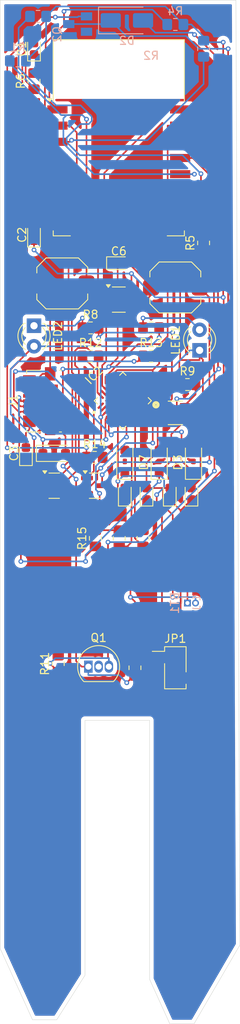
<source format=kicad_pcb>
(kicad_pcb (version 20241229) (generator "pcbnew") (generator_version "9.0")
  (layers (0 "F.Cu" signal) (2 "B.Cu" signal) (13 "F.Paste" user) (15 "B.Paste" user) (5 "F.SilkS" user "F.Silkscreen") (7 "B.SilkS" user "B.Silkscreen") (1 "F.Mask" user) (3 "B.Mask" user) (25 "Edge.Cuts" user))
  (net 0 "")
  (net 1 "Net-(BT1-+)")
  (net 2 "GND")
  (net 3 "RST")
  (net 4 "+3V3")
  (net 5 "VBUS")
  (net 6 "CP2102-PWR")
  (net 7 "Net-(IC1-~{RST})")
  (net 9 "/USB_DN")
  (net 10 "/USB_DP")
  (net 11 "Net-(IC3-BP)")
  (net 13 "CHARGER")
  (net 15 "PROBE1")
  (net 16 "PROBE_PWR")
  (net 17 "SIG")
  (net 19 "/RTS")
  (net 20 "/DTR")
  (net 21 "IO0")
  (net 23 "/IO16")
  (net 24 "/IO15")
  (net 25 "/EN")
  (net 26 "/IO2")
  (net 27 "PROBE2")
  (net 31 "/VBUS_DEV")
  (net 32 "!RST")
  (net 37 "RX")
  (net 43 "TX")
  (net 55 "Net-(IC3-EN)")
  (net 56 "Net-(LED1-A)")
  (net 57 "Net-(LED2-K)")
  (net 58 "Net-(Q2-Pad1)")
  (net 59 "Net-(U1-~{CHRG})")
  (net 60 "Net-(U1-PROG)")
  (net 61 "Net-(T1-B)")
  (net 62 "Net-(T2-B)")
  (footprint "Capacitor_Tantalum_SMD:CP_EIA-1608-08_AVX-J" (layer "F.Cu") (at 151.24 102.5 90)
    (property "Reference" "C4" (hide yes))
    (property "Value" "10uF")
  )
  (footprint "Package_TO_SOT_SMD:SOT-23-5" (layer "F.Cu") (at 150.5 78.5)
    (property "Reference" "IC3" (hide yes))
    (property "Value" "3.3V Reg")
  )
  (footprint "Diode_SMD:D_SOD-123F" (layer "F.Cu") (at 155.5 98.5 90)
    (property "Reference" "D7")
    (property "Value" "SB120")
  )
  (footprint "Capacitor_Tantalum_SMD:CP_EIA-1608-08_AVX-J" (layer "F.Cu") (at 156.81 102.5 90)
    (property "Reference" "C7" (hide yes))
    (property "Value" "10uF/6.3V")
  )
  (footprint "Resistor_SMD:R_0805_2012Metric_Pad1.20x1.40mm_HandSolder" (layer "F.Cu") (at 147 82)
    (property "Reference" "R8")
    (property "Value" "330R")
  )
  (footprint "Package_TO_SOT_THT:TO-92_Inline" (layer "F.Cu") (at 146.73 123.86)
    (property "Reference" "Q1")
    (property "Value" "2N3904")
  )
  (footprint "Diode_SMD:D_SOD-123F" (layer "F.Cu") (at 151.25 98.5 90)
    (property "Reference" "D1" (hide yes))
    (property "Value" "SB120")
  )
  (footprint "Resistor_SMD:R_0805_2012Metric_Pad1.20x1.40mm_HandSolder" (layer "F.Cu") (at 161 71.5 90)
    (property "Reference" "R5")
    (property "Value" "12k")
  )
  (footprint "Connector_PinHeader_2.54mm:PinHeader_1x02_P2.54mm_Vertical_SMD_Pin1Left" (layer "F.Cu") (at 157.5 124)
    (property "Reference" "JP1")
    (property "Value" "Conn_01x02_Pin")
  )
  (footprint "Resistor_SMD:R_0805_2012Metric_Pad1.20x1.40mm_HandSolder" (layer "F.Cu") (at 153.5 108 90)
    (property "Reference" "R17" (hide yes))
    (property "Value" "2k")
  )
  (footprint "Resistor_SMD:R_0805_2012Metric_Pad1.20x1.40mm_HandSolder" (layer "F.Cu") (at 159 89)
    (property "Reference" "R9")
    (property "Value" "12K")
  )
  (footprint "RF_Module:ESP-12E" (layer "F.Cu") (at 150.5 58.5)
    (property "Reference" "IC1" (hide yes))
    (property "Value" "ESP-12E")
  )
  (footprint "Capacitor_Tantalum_SMD:CP_EIA-1608-08_AVX-J" (layer "F.Cu") (at 150.5 74)
    (property "Reference" "C6")
    (property "Value" "470pF/10V")
  )
  (footprint "Package_TO_SOT_SMD:SOT-23" (layer "F.Cu") (at 142.5 101.5)
    (property "Reference" "T2" (hide yes))
    (property "Value" "SS8050")
  )
  (footprint "Resistor_SMD:R_0805_2012Metric_Pad1.20x1.40mm_HandSolder" (layer "F.Cu") (at 154.5 85.5)
    (property "Reference" "R13")
    (property "Value" "10k")
  )
  (footprint "Package_TO_SOT_SMD:SOT-23" (layer "F.Cu") (at 147.5 101.5)
    (property "Reference" "T1" (hide yes))
    (property "Value" "SS8050")
  )
  (footprint "LED_THT:LED_D3.0mm" (layer "F.Cu") (at 160.5 84.77 90)
    (property "Reference" "LED1")
    (property "Value" "RED")
  )
  (footprint "Capacitor_Tantalum_SMD:CP_EIA-1608-08_AVX-J" (layer "F.Cu") (at 139 97.5 90)
    (property "Reference" "C3")
    (property "Value" "2.2uF/6.3V")
  )
  (footprint "LTC4054ES5-4.2_TRMPBF:SOT95P280X100-5N" (layer "F.Cu") (at 157.5 92.5)
    (property "Reference" "U1" (hide yes))
    (property "Value" "LTC4054ES5-4.2_TRMPBF")
  )
  (footprint "Resistor_SMD:R_0805_2012Metric_Pad1.20x1.40mm_HandSolder" (layer "F.Cu") (at 150.55 108 90)
    (property "Reference" "R16" (hide yes))
    (property "Value" "47.5k")
  )
  (footprint "Capacitor_Tantalum_SMD:CP_EIA-1608-08_AVX-J" (layer "F.Cu") (at 153.93 102.5 90)
    (property "Reference" "C5" (hide yes))
    (property "Value" "1.1uF")
  )
  (footprint "Resistor_SMD:R_0805_2012Metric_Pad1.20x1.40mm_HandSolder" (layer "F.Cu") (at 140 51.5 90)
    (property "Reference" "R6")
    (property "Value" "0R")
  )
  (footprint "LED_THT:LED_D3.0mm" (layer "F.Cu") (at 140 81.73 -90)
    (property "Reference" "LED2")
    (property "Value" "RED")
  )
  (footprint "Diode_SMD:D_SOD-123F" (layer "F.Cu") (at 142.5 97.5)
    (property "Reference" "D4" (hide yes))
    (property "Value" "SB120")
  )
  (footprint "Resistor_SMD:R_0805_2012Metric_Pad1.20x1.40mm_HandSolder" (layer "F.Cu") (at 147.5 98)
    (property "Reference" "R14")
    (property "Value" "100k")
  )
  (footprint "CP2102..:QFN50P500X500X100-29N" (layer "F.Cu") (at 151 91 45)
    (property "Reference" "IC2")
    (property "Value" "CP2102")
  )
  (footprint "Diode_SMD:D_SOD-123F" (layer "F.Cu") (at 159.75 98.5 90)
    (property "Reference" "D3")
    (property "Value" "SB120")
  )
  (footprint "Capacitor_Tantalum_SMD:CP_EIA-1608-08_AVX-J" (layer "F.Cu") (at 140 70.5 90)
    (property "Reference" "C2")
    (property "Value" "2.2uF/6.3V")
  )
  (footprint "Capacitor_Tantalum_SMD:CP_EIA-1608-08_AVX-J" (layer "F.Cu") (at 159.5 102.5 90)
    (property "Reference" "C8" (hide yes))
    (property "Value" "0.1uF/6.3V")
  )
  (footprint "Resistor_SMD:R_0805_2012Metric_Pad1.20x1.40mm_HandSolder" (layer "F.Cu") (at 147 85.5)
    (property "Reference" "R12")
    (property "Value" "10k")
  )
  (footprint "Resistor_SMD:R_0805_2012Metric_Pad1.20x1.40mm_HandSolder" (layer "F.Cu") (at 152.5 124 90)
    (property "Reference" "R10" (hide yes))
    (property "Value" "10k")
  )
  (footprint "Button_Switch_SMD:SW_Push_1TS009xxxx-xxxx-xxxx_6x6x5mm" (layer "F.Cu") (at 143.5 76.5)
    (property "Reference" "SW1" (hide yes))
    (property "Value" "SW_Push")
  )
  (footprint "Resistor_SMD:R_0805_2012Metric_Pad1.20x1.40mm_HandSolder" (layer "F.Cu") (at 154.5 82)
    (property "Reference" "R7" (hide yes))
    (property "Value" "600R")
  )
  (footprint "Resistor_SMD:R_0805_2012Metric_Pad1.20x1.40mm_HandSolder" (layer "F.Cu") (at 143 123.5 90)
    (property "Reference" "R11")
    (property "Value" "100R")
  )
  (footprint "Capacitor_Tantalum_SMD:CP_EIA-1608-08_AVX-J" (layer "F.Cu") (at 140 47.5 90)
    (property "Reference" "C1")
    (property "Value" "0.1uF / 6.3V" (hide yes))
  )
  (footprint "Button_Switch_SMD:SW_Push_1TS009xxxx-xxxx-xxxx_6x6x5mm" (layer "F.Cu") (at 157.5 77)
    (property "Reference" "SW2" (hide yes))
    (property "Value" "SW_Push" (hide yes))
  )
  (footprint "Connector_USB:USB_Micro-B_Molex_47346-0001" (layer "F.Cu") (at 140.8 91.05 90)
    (property "Reference" "J1")
    (property "Value" "USB_B_Micro")
  )
  (footprint "Resistor_SMD:R_0805_2012Metric_Pad1.20x1.40mm_HandSolder" (layer "F.Cu") (at 147.6 108 90)
    (property "Reference" "R15")
    (property "Value" "22.1k")
  )
  (footprint "Resistor_SMD:R_0805_2012Metric_Pad1.20x1.40mm_HandSolder" (layer "B.Cu") (at 161 47.5 -90)
    (property "Reference" "R3" (hide yes))
    (property "Value" "12k")
  )
  (footprint "Diode_SMD:D_SMA" (layer "B.Cu") (at 151.5 44)
    (property "Reference" "D2")
    (property "Value" "SS14" (hide yes))
  )
  (footprint "SI2301:DESTO_SOT23" (layer "B.Cu") (at 145.4 44.45 -90)
    (property "Reference" "Q2")
    (property "Value" "SI2301")
  )
  (footprint "Resistor_SMD:R_0805_2012Metric_Pad1.20x1.40mm_HandSolder" (layer "B.Cu") (at 138 49 180)
    (property "Reference" "R1")
    (property "Value" "12k")
  )
  (footprint "Resistor_SMD:R_0805_2012Metric_Pad1.20x1.40mm_HandSolder" (layer "B.Cu") (at 140.5 43.5 180)
    (property "Reference" "R2")
    (property "Value" "12k")
  )
  (footprint "Connector_PinHeader_1.00mm:PinHeader_1x02_P1.00mm_Vertical" (layer "B.Cu") (at 159 116 -90)
    (property "Reference" "BT1")
    (property "Value" "Battery_Cell" (hide yes))
  )
  (footprint "Resistor_SMD:R_0805_2012Metric_Pad1.20x1.40mm_HandSolder" (layer "B.Cu") (at 157.5 44.5 180)
    (property "Reference" "R4")
    (property "Value" "12k")
  )
  (gr_poly (pts (xy 135.814106 41.5) (xy 164.999992 41.5) (xy 165.498944 158.254565) (xy 159.814106 168) (xy 156.814106 168) (xy 154.314106 162.5) (xy 154.314106 130.5) (xy 146.314106 130.5) (xy 146.314106 162) (xy 142.814106 167.5) (xy 139.814106 167.5) (xy 135.814106 158.700001)) (stroke (width 0.05)) (fill no) (layer "Edge.Cuts"))
  (segment (start 159 116) (end 159 106.1409) (width 0.2) (layer "F.Cu") (net 1))
  (segment (start 159 106.1409) (end 164.0374 101.1035) (width 0.2) (layer "F.Cu") (net 1))
  (segment (start 164.0374 101.1035) (end 164.0374 47.5) (width 0.2) (layer "F.Cu") (net 1))
  (via (at 164.0374 47.5) (size 0.6) (drill 0.3) (layers "F.Cu" "B.Cu") (net 1))
  (segment (start 160.3998 47.5) (end 164.0374 47.5) (width 0.2) (layer "B.Cu") (net 1))
  (segment (start 149.05 44.45) (end 149.5 44) (width 0.2) (layer "B.Cu") (net 1))
  (segment (start 149.5 44) (end 151.432 45.932) (width 0.2) (layer "B.Cu") (net 1))
  (segment (start 158.8318 45.932) (end 160.3998 47.5) (width 0.2) (layer "B.Cu") (net 1))
  (segment (start 151.432 45.932) (end 158.8318 45.932) (width 0.2) (layer "B.Cu") (net 1))
  (segment (start 144.3 44.45) (end 149.05 44.45) (width 0.2) (layer "B.Cu") (net 1))
  (segment (start 141.3742 89.5) (end 140.7483 89.5) (width 0.2) (layer "F.Cu") (net 2))
  (segment (start 148.3085 93.0309) (end 148.3085 97.8085) (width 0.2) (layer "F.Cu") (net 2))
  (segment (start 152.1027 101.7525) (end 152.0677 101.7875) (width 0.2) (layer "F.Cu") (net 2))
  (segment (start 155.5 97.1) (end 153.93 98.67) (width 0.2) (layer "F.Cu") (net 2))
  (segment (start 143.9 95.3733) (end 142.9517 94.425) (width 0.2) (layer "F.Cu") (net 2))
  (segment (start 138.5568 68.3443) (end 138.5568 48.2307) (width 0.2) (layer "F.Cu") (net 2))
  (segment (start 158.1 72.5) (end 161 72.5) (width 0.2) (layer "F.Cu") (net 2))
  (segment (start 142 87.675) (end 142 78) (width 0.2) (layer "F.Cu") (net 2))
  (segment (start 158.1 69) (end 158.1 72.5) (width 0.2) (layer "F.Cu") (net 2))
  (segment (start 148.3085 93.0309) (end 148.2571 93.0309) (width 0.2) (layer "F.Cu") (net 2))
  (segment (start 148.9706 92.3223) (end 148.3085 92.9844) (width 0.2) (layer "F.Cu") (net 2))
  (segment (start 148.3085 97.8085) (end 148.5 98) (width 0.2) (layer "F.Cu") (net 2))
  (segment (start 142 93.8616) (end 142 93.2983) (width 0.2) (layer "F.Cu") (net 2))
  (segment (start 160.6206 100.6669) (end 159.5 101.7875) (width 0.2) (layer "F.Cu") (net 2))
  (segment (start 151.25 97.1) (end 152.1027 97.9527) (width 0.2) (layer "F.Cu") (net 2))
  (segment (start 151.551 109) (end 151.9435 109.3925) (width 0.2) (layer "F.Cu") (net 2))
  (segment (start 157.1794 105.1201) (end 157.1794 115.2733) (width 0.2) (layer "F.Cu") (net 2))
  (segment (start 142 90.1258) (end 141.3742 89.5) (width 0.2) (layer "F.Cu") (net 2))
  (segment (start 149.3625 78.5) (end 149.7287 78.5) (width 0.2) (layer "F.Cu") (net 2))
  (segment (start 150.55 109) (end 151.551 109) (width 0.2) (layer "F.Cu") (net 2))
  (segment (start 150.3578 80.0922) (end 150.3578 85.7074) (width 0.2) (layer "F.Cu") (net 2))
  (segment (start 154.5 77.9304) (end 154.5 77) (width 0.2) (layer "F.Cu") (net 2))
  (segment (start 142 89.5) (end 141.3742 89.5) (width 0.2) (layer "F.Cu") (net 2))
  (segment (start 142 94.425) (end 142.9517 94.425) (width 0.2) (layer "F.Cu") (net 2))
  (segment (start 140.3813 92.6692) (end 139.513 93.5375) (width 0.2) (layer "F.Cu") (net 2))
  (segment (start 154.5 76.7995) (end 151.7005 74) (width 0.2) (layer "F.Cu") (net 2))
  (segment (start 155.9662 101.7875) (end 155.9662 103.9069) (width 0.2) (layer "F.Cu") (net 2))
  (segment (start 140.5 76.5) (end 139.1438 75.1438) (width 0.2) (layer "F.Cu") (net 2))
  (segment (start 139.425 88.5625) (end 139.425 88.7375) (width 0.2) (layer "F.Cu") (net 2))
  (segment (start 140 69.7875) (end 138.5568 68.3443) (width 0.2) (layer "F.Cu") (net 2))
  (segment (start 160.5 84.77) (end 160.5 85.3708) (width 0.2) (layer "F.Cu") (net 2))
  (segment (start 151.9435 115.2733) (end 152.5 115.8298) (width 0.2) (layer "F.Cu") (net 2))
  (segment (start 139.425 93.5375) (end 139.425 94.5517) (width 0.2) (layer "F.Cu") (net 2))
  (segment (start 150.3578 79.1291) (end 150.3578 80.0922) (width 0.2) (layer "F.Cu") (net 2))
  (segment (start 143.5729 93.8038) (end 143.5729 87.0837) (width 0.2) (layer "F.Cu") (net 2))
  (segment (start 139.425 94.5517) (end 139 94.9767) (width 0.2) (layer "F.Cu") (net 2))
  (segment (start 154.5 77) (end 154.5 76.7995) (width 0.2) (layer "F.Cu") (net 2))
  (segment (start 139.1438 75.1438) (end 139.1438 70.6437) (width 0.2) (layer "F.Cu") (net 2))
  (segment (start 152.0677 101.7875) (end 152.0677 108.4833) (width 0.2) (layer "F.Cu") (net 2))
  (segment (start 150.3578 80.0922) (end 152.3382 80.0922) (width 0.2) (layer "F.Cu") (net 2))
  (segment (start 138.5568 48.2307) (end 140 46.7875) (width 0.2) (layer "F.Cu") (net 2))
  (segment (start 155.9662 103.9069) (end 157.1794 105.1201) (width 0.2) (layer "F.Cu") (net 2))
  (segment (start 160.5 85.5098) (end 160.5 85.9717) (width 0.2) (layer "F.Cu") (net 2))
  (segment (start 152.5 115.8298) (end 152.5 123) (width 0.2) (layer "F.Cu") (net 2))
  (segment (start 160.5 85.5098) (end 160.9108 85.9206) (width 0.2) (layer "F.Cu") (net 2))
  (segment (start 141.0483 87.675) (end 140.7483 87.975) (width 0.2) (layer "F.Cu") (net 2))
  (segment (start 151.9435 109.3925) (end 151.9435 115.2733) (width 0.2) (layer "F.Cu") (net 2))
  (segment (start 142 92.2) (end 142 90.1258) (width 0.2) (layer "F.Cu") (net 2))
  (segment (start 143.9 97.5) (end 143.9 95.3733) (width 0.2) (layer "F.Cu") (net 2))
  (segment (start 160.5 85.9717) (end 158.1 85.9717) (width 0.2) (layer "F.Cu") (net 2))
  (segment (start 158.1 72.5) (end 158.1 85.9717) (width 0.2) (layer "F.Cu") (net 2))
  (segment (start 142 87.675) (end 141.0483 87.675) (width 0.2) (layer "F.Cu") (net 2))
  (segment (start 160.5 85.3708) (end 160.5 85.5098) (width 0.2) (layer "F.Cu") (net 2))
  (segment (start 139.425 89.5767) (end 139.34 89.6617) (width 0.2) (layer "F.Cu") (net 2))
  (segment (start 140.7483 88.7375) (end 140.3813 88.7375) (width 0.2) (layer "F.Cu") (net 2))
  (segment (start 142 93.2983) (end 142 92.2) (width 0.2) (layer "F.Cu") (net 2))
  (segment (start 139.34 89.6617) (end 139.34 89.75) (width 0.2) (layer "F.Cu") (net 2))
  (segment (start 156.81 101.7875) (end 159.5 101.7875) (width 0.2) (layer "F.Cu") (net 2))
  (segment (start 155.3124 93.1289) (end 155.3124 96.9124) (width 0.2) (layer "F.Cu") (net 2))
  (segment (start 140.7483 88.7375) (end 140.7483 89.5) (width 0.2) (layer "F.Cu") (net 2))
  (segment (start 160.9108 96.8098) (end 160.6206 97.1) (width 0.2) (layer "F.Cu") (net 2))
  (segment (start 140.7483 87.975) (end 140.7483 88.7375) (width 0.2) (layer "F.Cu") (net 2))
  (segment (start 151 91) (end 150.2929 91) (width 0.2) (layer "F.Cu") (net 2))
  (segment (start 160.6206 97.1) (end 160.6206 100.6669) (width 0.2) (layer "F.Cu") (net 2))
  (segment (start 156.315 92.5) (end 155.9413 92.5) (width 0.2) (layer "F.Cu") (net 2))
  (segment (start 160.6206 97.1) (end 159.75 97.1) (width 0.2) (layer "F.Cu") (net 2))
  (segment (start 139 94.9767) (end 139 96.7875) (width 0.2) (layer "F.Cu") (net 2))
  (segment (start 152.1027 97.9527) (end 152.1027 101.7525) (width 0.2) (layer "F.Cu") (net 2))
  (segment (start 152.3382 80.0922) (end 154.5 77.9304) (width 0.2) (layer "F.Cu") (net 2))
  (segment (start 155.3124 96.9124) (end 155.5 97.1) (width 0.2) (layer "F.Cu") (net 2))
  (segment (start 152.0677 108.4833) (end 151.551 109) (width 0.2) (layer "F.Cu") (net 2))
  (segment (start 142 78) (end 140.5 76.5) (width 0.2) (layer "F.Cu") (net 2))
  (segment (start 139.1438 70.6437) (end 140 69.7875) (width 0.2) (layer "F.Cu") (net 2))
  (segment (start 139.513 93.5375) (end 139.425 93.5375) (width 0.2) (layer "F.Cu") (net 2))
  (segment (start 140.3813 88.7375) (end 140.3813 92.6692) (width 0.2) (layer "F.Cu") (net 2))
  (segment (start 158 86.0717) (end 158 89) (width 0.2) (layer "F.Cu") (net 2))
  (segment (start 142.9517 94.425) (end 143.5729 93.8038) (width 0.2) (layer "F.Cu") (net 2))
  (segment (start 150.2929 91) (end 148.9706 92.3223) (width 0.2) (layer "F.Cu") (net 2))
  (segment (start 155.9413 92.5) (end 155.3124 93.1289) (width 0.2) (layer "F.Cu") (net 2))
  (segment (start 153.93 98.67) (end 153.93 101.7875) (width 0.2) (layer "F.Cu") (net 2))
  (segment (start 155.9662 101.7875) (end 156.81 101.7875) (width 0.2) (layer "F.Cu") (net 2))
  (segment (start 151.24 101.7875) (end 152.0677 101.7875) (width 0.2) (layer "F.Cu") (net 2))
  (segment (start 142 93.8616) (end 142 94.425) (width 0.2) (layer "F.Cu") (net 2))
  (segment (start 151.7005 74) (end 151.2125 74) (width 0.2) (layer "F.Cu") (net 2))
  (segment (start 158.1 85.9717) (end 158 86.0717) (width 0.2) (layer "F.Cu") (net 2))
  (segment (start 140.3813 88.7375) (end 139.425 88.7375) (width 0.2) (layer "F.Cu") (net 2))
  (segment (start 153.93 101.7875) (end 155.9662 101.7875) (width 0.2) (layer "F.Cu") (net 2))
  (segment (start 139.425 88.7375) (end 139.425 89.5767) (width 0.2) (layer "F.Cu") (net 2))
  (segment (start 160.9108 85.9206) (end 160.9108 96.8098) (width 0.2) (layer "F.Cu") (net 2))
  (segment (start 148.3085 92.9844) (end 148.3085 93.0309) (width 0.2) (layer "F.Cu") (net 2))
  (segment (start 149.7287 78.5) (end 150.3578 79.1291) (width 0.2) (layer "F.Cu") (net 2))
  (segment (start 150.3578 85.7074) (end 149.2555 86.8097) (width 0.2) (layer "F.Cu") (net 2))
  (via (at 148.2571 93.0309) (size 0.6) (drill 0.3) (layers "F.Cu" "B.Cu") (net 2))
  (via (at 151.9435 115.2733) (size 0.6) (drill 0.3) (layers "F.Cu" "B.Cu") (net 2))
  (via (at 143.5729 87.0837) (size 0.6) (drill 0.3) (layers "F.Cu" "B.Cu") (net 2))
  (via (at 157.1794 115.2733) (size 0.6) (drill 0.3) (layers "F.Cu" "B.Cu") (net 2))
  (via (at 149.2555 86.8097) (size 0.6) (drill 0.3) (layers "F.Cu" "B.Cu") (net 2))
  (segment (start 148.9815 87.0837) (end 148.2571 87.0837) (width 0.2) (layer "B.Cu") (net 2))
  (segment (start 148.2571 87.0837) (end 148.2571 93.0309) (width 0.2) (layer "B.Cu") (net 2))
  (segment (start 160 116) (end 160 115.2733) (width 0.2) (layer "B.Cu") (net 2))
  (segment (start 160.5 84.77) (end 159.2983 84.77) (width 0.2) (layer "B.Cu") (net 2))
  (segment (start 157.1794 115.2733) (end 160 115.2733) (width 0.2) (layer "B.Cu") (net 2))
  (segment (start 157.2586 86.8097) (end 149.2555 86.8097) (width 0.2) (layer "B.Cu") (net 2))
  (segment (start 159.2983 84.77) (end 157.2586 86.8097) (width 0.2) (layer "B.Cu") (net 2))
  (segment (start 149.2555 86.8097) (end 148.9815 87.0837) (width 0.2) (layer "B.Cu") (net 2))
  (segment (start 148.2571 87.0837) (end 143.5729 87.0837) (width 0.2) (layer "B.Cu") (net 2))
  (segment (start 151.9435 115.2733) (end 157.1794 115.2733) (width 0.2) (layer "B.Cu") (net 2))
  (segment (start 161.7218 78.2218) (end 161.7218 98.5867) (width 0.2) (layer "F.Cu") (net 3))
  (segment (start 160.5 77) (end 161.7218 78.2218) (width 0.2) (layer "F.Cu") (net 3))
  (segment (start 148.4375 101.5) (end 148.4375 100.1545) (width 0.2) (layer "F.Cu") (net 3))
  (via (at 148.4375 100.1545) (size 0.6) (drill 0.3) (layers "F.Cu" "B.Cu") (net 3))
  (via (at 161.7218 98.5867) (size 0.6) (drill 0.3) (layers "F.Cu" "B.Cu") (net 3))
  (segment (start 161.7218 98.5867) (end 150.0053 98.5867) (width 0.2) (layer "B.Cu") (net 3))
  (segment (start 150.0053 98.5867) (end 148.4375 100.1545) (width 0.2) (layer "B.Cu") (net 3))
  (segment (start 163.4845 99.3871) (end 163.4845 78.2845) (width 0.2) (layer "F.Cu") (net 4))
  (segment (start 159.155 124.4683) (end 158.155 123.4683) (width 0.2) (layer "F.Cu") (net 4))
  (segment (start 141.3483 69.8642) (end 141.3483 69) (width 0.2) (layer "F.Cu") (net 4))
  (segment (start 159.155 125.27) (end 159.155 124.4683) (width 0.2) (layer "F.Cu") (net 4))
  (segment (start 152.0671 77.1204) (end 152.0671 75.2821) (width 0.2) (layer "F.Cu") (net 4))
  (segment (start 142.9 69) (end 141.3483 69) (width 0.2) (layer "F.Cu") (net 4))
  (segment (start 163.4277 78.2277) (end 163.4277 46.6928) (width 0.2) (layer "F.Cu") (net 4))
  (segment (start 159.5 103.2125) (end 159.6591 103.2125) (width 0.2) (layer "F.Cu") (net 4))
  (segment (start 158.155 104.5575) (end 159.5 103.2125) (width 0.2) (layer "F.Cu") (net 4))
  (segment (start 151.6375 77.55) (end 152.0671 77.1204) (width 0.2) (layer "F.Cu") (net 4))
  (segment (start 140 71.2125) (end 141.3483 69.8642) (width 0.2) (layer "F.Cu") (net 4))
  (segment (start 163.4845 78.2845) (end 163.4277 78.2277) (width 0.2) (layer "F.Cu") (net 4))
  (segment (start 159.6591 103.2125) (end 163.4845 99.3871) (width 0.2) (layer "F.Cu") (net 4))
  (segment (start 158.155 104.5575) (end 156.81 103.2125) (width 0.2) (layer "F.Cu") (net 4))
  (segment (start 140 72.3596) (end 140 71.2125) (width 0.2) (layer "F.Cu") (net 4))
  (segment (start 158.155 123.4683) (end 158.155 104.5575) (width 0.2) (layer "F.Cu") (net 4))
  (via (at 163.4277 46.6928) (size 0.6) (drill 0.3) (layers "F.Cu" "B.Cu") (net 4))
  (via (at 163.4277 78.2277) (size 0.6) (drill 0.3) (layers "F.Cu" "B.Cu") (net 4))
  (via (at 140 72.3596) (size 0.6) (drill 0.3) (layers "F.Cu" "B.Cu") (net 4))
  (via (at 152.0671 75.2821) (size 0.6) (drill 0.3) (layers "F.Cu" "B.Cu") (net 4))
  (segment (start 161 46.0184) (end 159.4816 44.5) (width 0.2) (layer "B.Cu") (net 4))
  (segment (start 142.9225 75.2821) (end 140 72.3596) (width 0.2) (layer "B.Cu") (net 4))
  (segment (start 159.4816 44.5) (end 158.5 44.5) (width 0.2) (layer "B.Cu") (net 4))
  (segment (start 156.2728 42.2728) (end 142.7272 42.2728) (width 0.2) (layer "B.Cu") (net 4))
  (segment (start 141.5 46.5) (end 139 49) (width 0.2) (layer "B.Cu") (net 4))
  (segment (start 141.5 43.5) (end 141.5 46.5) (width 0.2) (layer "B.Cu") (net 4))
  (segment (start 158.5 44.5) (end 156.2728 42.2728) (width 0.2) (layer "B.Cu") (net 4))
  (segment (start 152.0671 75.2821) (end 142.9225 75.2821) (width 0.2) (layer "B.Cu") (net 4))
  (segment (start 142.7272 42.2728) (end 141.5 43.5) (width 0.2) (layer "B.Cu") (net 4))
  (segment (start 161 46.5) (end 161.1928 46.6928) (width 0.2) (layer "B.Cu") (net 4))
  (segment (start 161.1928 46.6928) (end 163.4277 46.6928) (width 0.2) (layer "B.Cu") (net 4))
  (segment (start 152.0671 75.2821) (end 155.0127 78.2277) (width 0.2) (layer "B.Cu") (net 4))
  (segment (start 161 46.5) (end 161 46.0184) (width 0.2) (layer "B.Cu") (net 4))
  (segment (start 155.0127 78.2277) (end 163.4277 78.2277) (width 0.2) (layer "B.Cu") (net 4))
  (segment (start 138.2775 92.4208) (end 138.3483 92.35) (width 0.2) (layer "F.Cu") (net 5))
  (segment (start 158.685 93.45) (end 157.0003 95.1347) (width 0.2) (layer "F.Cu") (net 5))
  (segment (start 138.374 98.2125) (end 138.374 110.8578) (width 0.2) (layer "F.Cu") (net 5))
  (segment (start 137.0919 91.341) (end 138.1717 92.4208) (width 0.2) (layer "F.Cu") (net 5))
  (segment (start 155.5 82) (end 155.5 83.2081) (width 0.2) (layer "F.Cu") (net 5))
  (segment (start 138.1717 98.0102) (end 138.374 98.2125) (width 0.2) (layer "F.Cu") (net 5))
  (segment (start 140 84.27) (end 139.9718 84.27) (width 0.2) (layer "F.Cu") (net 5))
  (segment (start 139.9718 84.27) (end 137.0919 87.1499) (width 0.2) (layer "F.Cu") (net 5))
  (segment (start 139.34 92.35) (end 138.3483 92.35) (width 0.2) (layer "F.Cu") (net 5))
  (segment (start 138.1717 92.4208) (end 138.2775 92.4208) (width 0.2) (layer "F.Cu") (net 5))
  (segment (start 157.0003 98.3997) (end 155.5 99.9) (width 0.2) (layer "F.Cu") (net 5))
  (segment (start 138.374 98.2125) (end 139 98.2125) (width 0.2) (layer "F.Cu") (net 5))
  (segment (start 147.6 109) (end 146.3858 110.2142) (width 0.2) (layer "F.Cu") (net 5))
  (segment (start 146.3858 110.2142) (end 146.3858 110.8578) (width 0.2) (layer "F.Cu") (net 5))
  (segment (start 138.1717 92.4208) (end 138.1717 98.0102) (width 0.2) (layer "F.Cu") (net 5))
  (segment (start 155.5 99.9) (end 155.5 100.9527) (width 0.2) (layer "F.Cu") (net 5))
  (segment (start 157.0003 95.1347) (end 157.0003 98.3997) (width 0.2) (layer "F.Cu") (net 5))
  (segment (start 137.0919 87.1499) (end 137.0919 91.341) (width 0.2) (layer "F.Cu") (net 5))
  (via (at 155.5 83.2081) (size 0.6) (drill 0.3) (layers "F.Cu" "B.Cu") (net 5))
  (via (at 146.3858 110.8578) (size 0.6) (drill 0.3) (layers "F.Cu" "B.Cu") (net 5))
  (via (at 155.5 100.9527) (size 0.6) (drill 0.3) (layers "F.Cu" "B.Cu") (net 5))
  (via (at 138.374 110.8578) (size 0.6) (drill 0.3) (layers "F.Cu" "B.Cu") (net 5))
  (segment (start 146.3858 110.8578) (end 146.3858 110.0669) (width 0.2) (layer "B.Cu") (net 5))
  (segment (start 154.4381 84.27) (end 155.5 83.2081) (width 0.2) (layer "B.Cu") (net 5))
  (segment (start 146.3858 110.0669) (end 155.5 100.9527) (width 0.2) (layer "B.Cu") (net 5))
  (segment (start 138.374 110.8578) (end 146.3858 110.8578) (width 0.2) (layer "B.Cu") (net 5))
  (segment (start 140 84.27) (end 154.4381 84.27) (width 0.2) (layer "B.Cu") (net 5))
  (segment (start 150.3848 93.7364) (end 150.3848 93.7365) (width 0.2) (layer "F.Cu") (net 6))
  (segment (start 150.3848 102.3573) (end 151.24 103.2125) (width 0.2) (layer "F.Cu") (net 6))
  (segment (start 153.93 103.2125) (end 154.8875 104.17) (width 0.2) (layer "F.Cu") (net 6))
  (segment (start 153.5 103.6425) (end 153.93 103.2125) (width 0.2) (layer "F.Cu") (net 6))
  (segment (start 155.1924 103.8651) (end 155.1924 102.6125) (width 0.2) (layer "F.Cu") (net 6))
  (segment (start 150.3848 93.7365) (end 150.3848 100.9486) (width 0.2) (layer "F.Cu") (net 6))
  (segment (start 150.0313 93.3829) (end 150.3848 93.7364) (width 0.2) (layer "F.Cu") (net 6))
  (segment (start 154.8875 104.17) (end 155.845 105.1275) (width 0.2) (layer "F.Cu") (net 6))
  (segment (start 150.3848 100.9486) (end 150.3848 102.3573) (width 0.2) (layer "F.Cu") (net 6))
  (segment (start 155.845 105.1275) (end 155.845 122.73) (width 0.2) (layer "F.Cu") (net 6))
  (segment (start 154.8875 104.17) (end 155.1924 103.8651) (width 0.2) (layer "F.Cu") (net 6))
  (segment (start 153.5 107) (end 153.5 103.6425) (width 0.2) (layer "F.Cu") (net 6))
  (via (at 155.1924 102.6125) (size 0.6) (drill 0.3) (layers "F.Cu" "B.Cu") (net 6))
  (via (at 150.3848 100.9486) (size 0.6) (drill 0.3) (layers "F.Cu" "B.Cu") (net 6))
  (segment (start 155.7061 100.303) (end 151.0304 100.303) (width 0.2) (layer "B.Cu") (net 6))
  (segment (start 156.1152 101.6897) (end 156.1152 100.7121) (width 0.2) (layer "B.Cu") (net 6))
  (segment (start 151.0304 100.303) (end 150.3848 100.9486) (width 0.2) (layer "B.Cu") (net 6))
  (segment (start 156.1152 100.7121) (end 155.7061 100.303) (width 0.2) (layer "B.Cu") (net 6))
  (segment (start 155.1924 102.6125) (end 156.1152 101.6897) (width 0.2) (layer "B.Cu") (net 6))
  (segment (start 138.9603 49.2522) (end 140 48.2125) (width 0.2) (layer "F.Cu") (net 7))
  (segment (start 141.4449 48.2125) (end 141.4449 46.8062) (width 0.2) (layer "F.Cu") (net 7))
  (segment (start 141.4449 46.8062) (end 143.7141 44.537) (width 0.2) (layer "F.Cu") (net 7))
  (segment (start 143.7141 44.537) (end 143.7141 42.8797) (width 0.2) (layer "F.Cu") (net 7))
  (segment (start 141.9017 54.0017) (end 141.9017 48.6693) (width 0.2) (layer "F.Cu") (net 7))
  (segment (start 142.9 55) (end 141.9017 54.0017) (width 0.2) (layer "F.Cu") (net 7))
  (segment (start 141.4449 48.2125) (end 140 48.2125) (width 0.2) (layer "F.Cu") (net 7))
  (segment (start 140 52.5) (end 138.9603 51.4603) (width 0.2) (layer "F.Cu") (net 7))
  (segment (start 138.9603 51.4603) (end 138.9603 49.2522) (width 0.2) (layer "F.Cu") (net 7))
  (segment (start 141.9017 48.6693) (end 141.4449 48.2125) (width 0.2) (layer "F.Cu") (net 7))
  (via (at 143.7141 42.8797) (size 0.6) (drill 0.3) (layers "F.Cu" "B.Cu") (net 7))
  (segment (start 156.5 44.5) (end 154.6745 42.6745) (width 0.2) (layer "B.Cu") (net 7))
  (segment (start 143.9193 42.6745) (end 143.7141 42.8797) (width 0.2) (layer "B.Cu") (net 7))
  (segment (start 154.6745 42.6745) (end 143.9193 42.6745) (width 0.2) (layer "B.Cu") (net 7))
  (segment (start 149.6777 93.1258) (end 149.6777 93.0294) (width 0.2) (layer "F.Cu") (net 9))
  (segment (start 158.2654 98.4154) (end 158.2654 94.8537) (width 0.2) (layer "F.Cu") (net 9))
  (segment (start 137.5069 90.8586) (end 137.5069 87.5857) (width 0.2) (layer "F.Cu") (net 9))
  (segment (start 159.75 99.9) (end 158.2654 98.4154) (width 0.2) (layer "F.Cu") (net 9))
  (segment (start 139.34 91.7) (end 138.3483 91.7) (width 0.2) (layer "F.Cu") (net 9))
  (segment (start 137.5069 87.5857) (end 137.7153 87.3773) (width 0.2) (layer "F.Cu") (net 9))
  (segment (start 149.5546 95.2191) (end 149.253 94.9175) (width 0.2) (layer "F.Cu") (net 9))
  (segment (start 149.253 94.9175) (end 149.253 93.5505) (width 0.2) (layer "F.Cu") (net 9))
  (segment (start 149.253 93.5505) (end 149.6777 93.1258) (width 0.2) (layer "F.Cu") (net 9))
  (segment (start 138.3483 91.7) (end 137.5069 90.8586) (width 0.2) (layer "F.Cu") (net 9))
  (via (at 149.5546 95.2191) (size 0.6) (drill 0.3) (layers "F.Cu" "B.Cu") (net 9))
  (via (at 137.7153 87.3773) (size 0.6) (drill 0.3) (layers "F.Cu" "B.Cu") (net 9))
  (via (at 158.2654 94.8537) (size 0.6) (drill 0.3) (layers "F.Cu" "B.Cu") (net 9))
  (segment (start 137.7153 87.3773) (end 141.7128 87.3773) (width 0.2) (layer "B.Cu") (net 9))
  (segment (start 141.7128 87.3773) (end 149.5546 95.2191) (width 0.2) (layer "B.Cu") (net 9))
  (segment (start 149.5546 95.2191) (end 149.92 94.8537) (width 0.2) (layer "B.Cu") (net 9))
  (segment (start 149.92 94.8537) (end 158.2654 94.8537) (width 0.2) (layer "B.Cu") (net 9))
  (segment (start 149.3242 92.6758) (end 148.9544 93.0456) (width 0.2) (layer "F.Cu") (net 10))
  (segment (start 141.1 97.5) (end 141.1 95.7879) (width 0.2) (layer "F.Cu") (net 10))
  (segment (start 148.9544 93.1847) (end 148.8499 93.2892) (width 0.2) (layer "F.Cu") (net 10))
  (segment (start 148.8499 93.2892) (end 148.8499 95.7261) (width 0.2) (layer "F.Cu") (net 10))
  (segment (start 139.34 91.05) (end 138.3483 91.05) (width 0.2) (layer "F.Cu") (net 10))
  (segment (start 138.3483 91.05) (end 138.3483 90.8433) (width 0.2) (layer "F.Cu") (net 10))
  (segment (start 138.3483 90.8433) (end 138.1234 90.6184) (width 0.2) (layer "F.Cu") (net 10))
  (segment (start 148.8499 95.7261) (end 148.9117 95.7879) (width 0.2) (layer "F.Cu") (net 10))
  (segment (start 148.9544 93.0456) (end 148.9544 93.1847) (width 0.2) (layer "F.Cu") (net 10))
  (via (at 138.1234 90.6184) (size 0.6) (drill 0.3) (layers "F.Cu" "B.Cu") (net 10))
  (via (at 148.9117 95.7879) (size 0.6) (drill 0.3) (layers "F.Cu" "B.Cu") (net 10))
  (via (at 141.1 95.7879) (size 0.6) (drill 0.3) (layers "F.Cu" "B.Cu") (net 10))
  (segment (start 138.1234 92.8113) (end 141.1 95.7879) (width 0.2) (layer "B.Cu") (net 10))
  (segment (start 141.1 95.7879) (end 148.9117 95.7879) (width 0.2) (layer "B.Cu") (net 10))
  (segment (start 138.1234 90.6184) (end 138.1234 92.8113) (width 0.2) (layer "B.Cu") (net 10))
  (segment (start 150.3578 74.5703) (end 150.3578 78.1703) (width 0.2) (layer "F.Cu") (net 11))
  (segment (start 149.7875 74) (end 150.3578 74.5703) (width 0.2) (layer "F.Cu") (net 11))
  (segment (start 150.3578 78.1703) (end 151.6375 79.45) (width 0.2) (layer "F.Cu") (net 11))
  (segment (start 157.6802 92.4764) (end 156.7066 93.45) (width 0.2) (layer "F.Cu") (net 13))
  (segment (start 162.7828 86.9685) (end 162.7828 48.6588) (width 0.2) (layer "F.Cu") (net 13))
  (segment (start 162.7828 48.6588) (end 159.8784 45.7544) (width 0.2) (layer "F.Cu") (net 13))
  (segment (start 157.6802 90.7547) (end 157.6802 92.4764) (width 0.2) (layer "F.Cu") (net 13))
  (segment (start 156.7066 93.45) (end 156.315 93.45) (width 0.2) (layer "F.Cu") (net 13))
  (segment (start 162.8828 87.0685) (end 162.7828 86.9685) (width 0.2) (layer "F.Cu") (net 13))
  (via (at 159.8784 45.7544) (size 0.6) (drill 0.3) (layers "F.Cu" "B.Cu") (net 13))
  (via (at 157.6802 90.7547) (size 0.6) (drill 0.3) (layers "F.Cu" "B.Cu") (net 13))
  (via (at 162.8828 87.0685) (size 0.6) (drill 0.3) (layers "F.Cu" "B.Cu") (net 13))
  (segment (start 162.8828 87.0685) (end 159.1966 90.7547) (width 0.2) (layer "B.Cu") (net 13))
  (segment (start 159.1966 90.7547) (end 157.6802 90.7547) (width 0.2) (layer "B.Cu") (net 13))
  (segment (start 153.5 44) (end 155.0164 45.5164) (width 0.2) (layer "B.Cu") (net 13))
  (segment (start 155.0164 45.5164) (end 159.6404 45.5164) (width 0.2) (layer "B.Cu") (net 13))
  (segment (start 159.6404 45.5164) (end 159.8784 45.7544) (width 0.2) (layer "B.Cu") (net 13))
  (segment (start 159.6517 61) (end 162.2811 63.6294) (width 0.2) (layer "F.Cu") (net 16))
  (segment (start 159.6517 59) (end 159.6517 61) (width 0.2) (layer "F.Cu") (net 16))
  (segment (start 162.3378 87.3743) (end 162.3378 99.6829) (width 0.2) (layer "F.Cu") (net 16))
  (segment (start 143 124.5) (end 142.0024 123.5024) (width 0.2) (layer "F.Cu") (net 16))
  (segment (start 162.2811 63.6294) (end 162.2811 87.3176) (width 0.2) (layer "F.Cu") (net 16))
  (segment (start 158.1 59) (end 159.6517 59) (width 0.2) (layer "F.Cu") (net 16))
  (segment (start 162.2811 87.3176) (end 162.3378 87.3743) (width 0.2) (layer "F.Cu") (net 16))
  (segment (start 149.27 123.86) (end 149.27 122.8083) (width 0.2) (layer "F.Cu") (net 16))
  (segment (start 149.1615 108.471) (end 149.1615 122.6998) (width 0.2) (layer "F.Cu") (net 16))
  (segment (start 159.5509 61) (end 159.6517 61) (width 0.2) (layer "F.Cu") (net 16))
  (segment (start 149.1615 122.6998) (end 149.27 122.8083) (width 0.2) (layer "F.Cu") (net 16))
  (segment (start 158.1 61) (end 159.5509 61) (width 0.2) (layer "F.Cu") (net 16))
  (segment (start 142.0024 123.5024) (end 142.0024 123.4455) (width 0.2) (layer "F.Cu") (net 16))
  (via (at 162.3378 99.6829) (size 0.6) (drill 0.3) (layers "F.Cu" "B.Cu") (net 16))
  (via (at 149.1615 108.471) (size 0.6) (drill 0.3) (layers "F.Cu" "B.Cu") (net 16))
  (via (at 142.0024 123.4455) (size 0.6) (drill 0.3) (layers "F.Cu" "B.Cu") (net 16))
  (segment (start 149.27 123.86) (end 149.27 122.8083) (width 0.2) (layer "B.Cu") (net 16))
  (segment (start 153.5497 108.471) (end 162.3378 99.6829) (width 0.2) (layer "B.Cu") (net 16))
  (segment (start 142.6396 122.8083) (end 149.27 122.8083) (width 0.2) (layer "B.Cu") (net 16))
  (segment (start 149.1615 108.471) (end 153.5497 108.471) (width 0.2) (layer "B.Cu") (net 16))
  (segment (start 142.0024 123.4455) (end 142.6396 122.8083) (width 0.2) (layer "B.Cu") (net 16))
  (segment (start 152.3343 125) (end 151.4849 125.8494) (width 0.2) (layer "F.Cu") (net 17))
  (segment (start 145.9033 123.86) (end 145.2144 123.1711) (width 0.2) (layer "F.Cu") (net 17))
  (segment (start 144.4774 64.5267) (end 144.4774 73.6913) (width 0.2) (layer "F.Cu") (net 17))
  (segment (start 144.7527 88.1912) (end 144.7527 98.0288) (width 0.2) (layer "F.Cu") (net 17))
  (segment (start 145.2943 57.8426) (end 145.2943 63.7098) (width 0.2) (layer "F.Cu") (net 17))
  (segment (start 145.2943 63.7098) (end 144.4774 64.5267) (width 0.2) (layer "F.Cu") (net 17))
  (segment (start 142.9 57) (end 144.4517 57) (width 0.2) (layer "F.Cu") (net 17))
  (segment (start 146.73 123.86) (end 145.9033 123.86) (width 0.2) (layer "F.Cu") (net 17))
  (segment (start 144.2772 73.8915) (end 144.2772 87.7157) (width 0.2) (layer "F.Cu") (net 17))
  (segment (start 144.7527 98.0288) (end 143.7083 99.0732) (width 0.2) (layer "F.Cu") (net 17))
  (segment (start 144.2772 87.7157) (end 144.7527 88.1912) (width 0.2) (layer "F.Cu") (net 17))
  (segment (start 145.2144 123.1711) (end 145.2144 100.6933) (width 0.2) (layer "F.Cu") (net 17))
  (segment (start 143.7083 99.0732) (end 143.5943 99.0732) (width 0.2) (layer "F.Cu") (net 17))
  (segment (start 144.4517 57) (end 145.2943 57.8426) (width 0.2) (layer "F.Cu") (net 17))
  (segment (start 152.5 125) (end 152.3343 125) (width 0.2) (layer "F.Cu") (net 17))
  (segment (start 144.4774 73.6913) (end 144.2772 73.8915) (width 0.2) (layer "F.Cu") (net 17))
  (via (at 145.2144 100.6933) (size 0.6) (drill 0.3) (layers "F.Cu" "B.Cu") (net 17))
  (via (at 151.4849 125.8494) (size 0.6) (drill 0.3) (layers "F.Cu" "B.Cu") (net 17))
  (via (at 143.5943 99.0732) (size 0.6) (drill 0.3) (layers "F.Cu" "B.Cu") (net 17))
  (segment (start 146.73 123.86) (end 146.73 124.9117) (width 0.2) (layer "B.Cu") (net 17))
  (segment (start 145.2144 100.6933) (end 143.5943 99.0732) (width 0.2) (layer "B.Cu") (net 17))
  (segment (start 146.73 124.9117) (end 150.5472 124.9117) (width 0.2) (layer "B.Cu") (net 17))
  (segment (start 150.5472 124.9117) (end 151.4849 125.8494) (width 0.2) (layer "B.Cu") (net 17))
  (segment (start 149.3023 88.5952) (end 149.3023 88.183) (width 0.2) (layer "F.Cu") (net 19))
  (segment (start 154.7023 87.2119) (end 154.7023 96.225) (width 0.2) (layer "F.Cu") (net 19))
  (segment (start 149.3023 88.183) (end 150.2734 87.2119) (width 0.2) (layer "F.Cu") (net 19))
  (segment (start 147.8327 99.7647) (end 147.8327 100.7173) (width 0.2) (layer "F.Cu") (net 19))
  (segment (start 150.2734 87.2119) (end 154.7023 87.2119) (width 0.2) (layer "F.Cu") (net 19))
  (segment (start 146.5625 101.9875) (end 146.5625 102.45) (width 0.2) (layer "F.Cu") (net 19))
  (segment (start 148.2643 99.3331) (end 147.8327 99.7647) (width 0.2) (layer "F.Cu") (net 19))
  (segment (start 155.5 86.4142) (end 155.5 85.5) (width 0.2) (layer "F.Cu") (net 19))
  (segment (start 154.7023 87.2119) (end 155.5 86.4142) (width 0.2) (layer "F.Cu") (net 19))
  (segment (start 147.8327 100.7173) (end 146.5625 101.9875) (width 0.2) (layer "F.Cu") (net 19))
  (segment (start 149.6777 88.9706) (end 149.3023 88.5952) (width 0.2) (layer "F.Cu") (net 19))
  (via (at 148.2643 99.3331) (size 0.6) (drill 0.3) (layers "F.Cu" "B.Cu") (net 19))
  (via (at 154.7023 96.225) (size 0.6) (drill 0.3) (layers "F.Cu" "B.Cu") (net 19))
  (segment (start 148.2643 99.3331) (end 151.3724 96.225) (width 0.2) (layer "B.Cu") (net 19))
  (segment (start 151.3724 96.225) (end 154.7023 96.225) (width 0.2) (layer "B.Cu") (net 19))
  (segment (start 145.5561 87.1043) (end 145.0823 86.6305) (width 0.2) (layer "F.Cu") (net 20))
  (segment (start 147.8614 85.6386) (end 148 85.5) (width 0.2) (layer "F.Cu") (net 20))
  (segment (start 147.8614 86.2076) (end 147.8614 85.6386) (width 0.2) (layer "F.Cu") (net 20))
  (segment (start 143.4375 101.5) (end 145.5561 99.3814) (width 0.2) (layer "F.Cu") (net 20))
  (segment (start 147.8614 86.2076) (end 147.8614 89.9827) (width 0.2) (layer "F.Cu") (net 20))
  (segment (start 145.0823 84.8308) (end 145.4311 84.482) (width 0.2) (layer "F.Cu") (net 20))
  (segment (start 145.5561 99.3814) (end 145.5561 87.1043) (width 0.2) (layer "F.Cu") (net 20))
  (segment (start 147.8614 85.7593) (end 147.8614 86.2076) (width 0.2) (layer "F.Cu") (net 20))
  (segment (start 145.0823 86.6305) (end 145.0823 84.8308) (width 0.2) (layer "F.Cu") (net 20))
  (segment (start 146.5841 84.482) (end 147.8614 85.7593) (width 0.2) (layer "F.Cu") (net 20))
  (segment (start 145.4311 84.482) (end 146.5841 84.482) (width 0.2) (layer "F.Cu") (net 20))
  (segment (start 147.8614 89.9827) (end 148.2635 90.3848) (width 0.2) (layer "F.Cu") (net 20))
  (segment (start 158.1 63) (end 159.8576 63) (width 0.2) (layer "F.Cu") (net 21))
  (segment (start 141.5625 102.45) (end 141.5625 101.9875) (width 0.2) (layer "F.Cu") (net 21))
  (segment (start 146.5 76.5) (end 146.5 56.2045) (width 0.2) (layer "F.Cu") (net 21))
  (segment (start 145.1544 87.9592) (end 144.6789 87.4837) (width 0.2) (layer "F.Cu") (net 21))
  (segment (start 141.5625 101.9875) (end 145.1544 98.3956) (width 0.2) (layer "F.Cu") (net 21))
  (segment (start 144.6789 78.3211) (end 146.5 76.5) (width 0.2) (layer "F.Cu") (net 21))
  (segment (start 144.6789 87.4837) (end 144.6789 78.3211) (width 0.2) (layer "F.Cu") (net 21))
  (segment (start 145.1544 98.3956) (end 145.1544 87.9592) (width 0.2) (layer "F.Cu") (net 21))
  (via (at 159.8576 63) (size 0.6) (drill 0.3) (layers "F.Cu" "B.Cu") (net 21))
  (via (at 146.5 56.2045) (size 0.6) (drill 0.3) (layers "F.Cu" "B.Cu") (net 21))
  (segment (start 147.4349 63) (end 159.8576 63) (width 0.2) (layer "B.Cu") (net 21))
  (segment (start 145.9952 55.6997) (end 146.5 56.2045) (width 0.2) (layer "B.Cu") (net 21))
  (segment (start 143.6395 56.1014) (end 143.6395 59.2046) (width 0.2) (layer "B.Cu") (net 21))
  (segment (start 137 49) (end 137 49.3399) (width 0.2) (layer "B.Cu") (net 21))
  (segment (start 143.3597 55.6996) (end 144.0412 55.6996) (width 0.2) (layer "B.Cu") (net 21))
  (segment (start 144.0412 55.6996) (end 144.0412 55.6997) (width 0.2) (layer "B.Cu") (net 21))
  (segment (start 144.0412 55.6997) (end 143.6395 56.1014) (width 0.2) (layer "B.Cu") (net 21))
  (segment (start 144.0412 55.6997) (end 145.9952 55.6997) (width 0.2) (layer "B.Cu") (net 21))
  (segment (start 143.6395 59.2046) (end 147.4349 63) (width 0.2) (layer "B.Cu") (net 21))
  (segment (start 137 49.3399) (end 143.3597 55.6996) (width 0.2) (layer "B.Cu") (net 21))
  (segment (start 141.3483 51.8483) (end 140 50.5) (width 0.2) (layer "F.Cu") (net 23))
  (segment (start 142.9 61) (end 141.3483 61) (width 0.2) (layer "F.Cu") (net 23))
  (segment (start 141.3483 61) (end 141.3483 51.8483) (width 0.2) (layer "F.Cu") (net 23))
  (segment (start 159.6517 69.1517) (end 161 70.5) (width 0.2) (layer "F.Cu") (net 24))
  (segment (start 158.1 67) (end 159.6517 67) (width 0.2) (layer "F.Cu") (net 24))
  (segment (start 159.6517 67) (end 159.6517 69.1517) (width 0.2) (layer "F.Cu") (net 24))
  (segment (start 142.9 59) (end 144.4517 59) (width 0.2) (layer "F.Cu") (net 25))
  (segment (start 144.4517 59) (end 144.6538 58.7979) (width 0.2) (layer "F.Cu") (net 25))
  (via (at 144.6538 58.7979) (size 0.6) (drill 0.3) (layers "F.Cu" "B.Cu") (net 25))
  (segment (start 154.0526 58.7979) (end 161 51.8505) (width 0.2) (layer "B.Cu") (net 25))
  (segment (start 144.6538 58.7979) (end 154.0526 58.7979) (width 0.2) (layer "B.Cu") (net 25))
  (segment (start 161 51.8505) (end 161 48.5) (width 0.2) (layer "B.Cu") (net 25))
  (segment (start 160.673 62.9496) (end 160.673 63.9787) (width 0.2) (layer "F.Cu") (net 26))
  (segment (start 158.1 65) (end 159.6517 65) (width 0.2) (layer "F.Cu") (net 26))
  (segment (start 160.673 63.9787) (end 159.6517 65) (width 0.2) (layer "F.Cu") (net 26))
  (via (at 160.673 62.9496) (size 0.6) (drill 0.3) (layers "F.Cu" "B.Cu") (net 26))
  (segment (start 145.7687 54.4976) (end 147.1547 55.8836) (width 0.2) (layer "B.Cu") (net 26))
  (segment (start 147.1547 55.8836) (end 147.1547 56.4244) (width 0.2) (layer "B.Cu") (net 26))
  (segment (start 144.0412 59.0383) (end 145.6607 60.6578) (width 0.2) (layer "B.Cu") (net 26))
  (segment (start 145.6607 60.6578) (end 158.3812 60.6578) (width 0.2) (layer "B.Cu") (net 26))
  (segment (start 158.3812 60.6578) (end 160.673 62.9496) (width 0.2) (layer "B.Cu") (net 26))
  (segment (start 142.7269 54.4976) (end 145.7687 54.4976) (width 0.2) (layer "B.Cu") (net 26))
  (segment (start 147.1547 56.4244) (end 146.7729 56.8062) (width 0.2) (layer "B.Cu") (net 26))
  (segment (start 138.0937 49.8644) (end 142.7269 54.4976) (width 0.2) (layer "B.Cu") (net 26))
  (segment (start 144.0412 58.4962) (end 144.0412 59.0383) (width 0.2) (layer "B.Cu") (net 26))
  (segment (start 146.7729 56.8062) (end 145.7312 56.8062) (width 0.2) (layer "B.Cu") (net 26))
  (segment (start 145.7312 56.8062) (end 144.0412 58.4962) (width 0.2) (layer "B.Cu") (net 26))
  (segment (start 139.5 43.5) (end 138.0937 44.9063) (width 0.2) (layer "B.Cu") (net 26))
  (segment (start 138.0937 44.9063) (end 138.0937 49.8644) (width 0.2) (layer "B.Cu") (net 26))
  (segment (start 151.6152 93.7365) (end 151.4544 93.8973) (width 0.2) (layer "F.Cu") (net 31))
  (segment (start 147.6 107) (end 150.55 107) (width 0.2) (layer "F.Cu") (net 31))
  (segment (start 148.1244 106.4756) (end 148.1244 102.4506) (width 0.2) (layer "F.Cu") (net 31))
  (segment (start 151.4544 93.8973) (end 151.4544 95.492) (width 0.2) (layer "F.Cu") (net 31))
  (segment (start 147.6 107) (end 148.1244 106.4756) (width 0.2) (layer "F.Cu") (net 31))
  (via (at 151.4544 95.492) (size 0.6) (drill 0.3) (layers "F.Cu" "B.Cu") (net 31))
  (via (at 148.1244 102.4506) (size 0.6) (drill 0.3) (layers "F.Cu" "B.Cu") (net 31))
  (segment (start 147.6626 101.9888) (end 148.1244 102.4506) (width 0.2) (layer "B.Cu") (net 31))
  (segment (start 147.6626 99.084) (end 147.6626 101.9888) (width 0.2) (layer "B.Cu") (net 31))
  (segment (start 151.2546 95.492) (end 147.6626 99.084) (width 0.2) (layer "B.Cu") (net 31))
  (segment (start 151.4544 95.492) (end 151.2546 95.492) (width 0.2) (layer "B.Cu") (net 31))
  (segment (start 152.524 93.9382) (end 152.524 102.2912) (width 0.2) (layer "F.Cu") (net 32))
  (segment (start 152.4834 102.3318) (end 152.4834 107.9834) (width 0.2) (layer "F.Cu") (net 32))
  (segment (start 152.4834 107.9834) (end 153.5 109) (width 0.2) (layer "F.Cu") (net 32))
  (segment (start 152.524 102.2912) (end 152.4834 102.3318) (width 0.2) (layer "F.Cu") (net 32))
  (segment (start 151.9687 93.3829) (end 152.524 93.9382) (width 0.2) (layer "F.Cu") (net 32))
  (segment (start 158.1 57) (end 156.5483 57) (width 0.2) (layer "F.Cu") (net 37))
  (segment (start 155.5904 84.0034) (end 156.5483 83.0455) (width 0.2) (layer "F.Cu") (net 37))
  (segment (start 149.3242 89.3242) (end 148.8504 88.8504) (width 0.2) (layer "F.Cu") (net 37))
  (segment (start 149.4697 87.4126) (end 149.5047 87.4126) (width 0.2) (layer "F.Cu") (net 37))
  (segment (start 152.8789 84.0034) (end 155.5904 84.0034) (width 0.2) (layer "F.Cu") (net 37))
  (segment (start 149.5047 87.4126) (end 149.8572 87.0601) (width 0.2) (layer "F.Cu") (net 37))
  (segment (start 148.8504 88.0319) (end 149.4697 87.4126) (width 0.2) (layer "F.Cu") (net 37))
  (segment (start 156.5483 83.0455) (end 156.5483 57) (width 0.2) (layer "F.Cu") (net 37))
  (segment (start 149.8572 87.0251) (end 152.8789 84.0034) (width 0.2) (layer "F.Cu") (net 37))
  (segment (start 149.8572 87.0601) (end 149.8572 87.0251) (width 0.2) (layer "F.Cu") (net 37))
  (segment (start 148.8504 88.8504) (end 148.8504 88.0319) (width 0.2) (layer "F.Cu") (net 37))
  (segment (start 156.5483 55) (end 148.6983 62.85) (width 0.2) (layer "F.Cu") (net 43))
  (segment (start 148.6983 62.85) (end 148.6983 72.3286) (width 0.2) (layer "F.Cu") (net 43))
  (segment (start 147.9266 73.1003) (end 147.9266 79.7457) (width 0.2) (layer "F.Cu") (net 43))
  (segment (start 158.1 55) (end 156.5483 55) (width 0.2) (layer "F.Cu") (net 43))
  (segment (start 147.9266 79.7457) (end 148.9404 80.7595) (width 0.2) (layer "F.Cu") (net 43))
  (segment (start 148.6983 72.3286) (end 147.9266 73.1003) (width 0.2) (layer "F.Cu") (net 43))
  (segment (start 148.9404 80.7595) (end 148.9404 86.1411) (width 0.2) (layer "F.Cu") (net 43))
  (segment (start 148.4428 86.6387) (end 148.4428 89.1499) (width 0.2) (layer "F.Cu") (net 43))
  (segment (start 148.4428 89.1499) (end 148.9706 89.6777) (width 0.2) (layer "F.Cu") (net 43))
  (segment (start 148.9404 86.1411) (end 148.4428 86.6387) (width 0.2) (layer "F.Cu") (net 43))
  (segment (start 148.3869 78.9146) (end 148.3869 78.1665) (width 0.2) (layer "F.Cu") (net 55))
  (segment (start 148.3869 78.1665) (end 149.0034 77.55) (width 0.2) (layer "F.Cu") (net 55))
  (segment (start 149.0034 77.55) (end 149.3625 77.55) (width 0.2) (layer "F.Cu") (net 55))
  (segment (start 148.9223 79.45) (end 148.3869 78.9146) (width 0.2) (layer "F.Cu") (net 55))
  (segment (start 149.3625 79.45) (end 148.9223 79.45) (width 0.2) (layer "F.Cu") (net 55))
  (segment (start 153.5 82) (end 153.5 80.7866) (width 0.2) (layer "F.Cu") (net 56))
  (via (at 153.5 80.7866) (size 0.6) (drill 0.3) (layers "F.Cu" "B.Cu") (net 56))
  (segment (start 160.5 82.23) (end 159.0566 80.7866) (width 0.2) (layer "B.Cu") (net 56))
  (segment (start 159.0566 80.7866) (end 153.5 80.7866) (width 0.2) (layer "B.Cu") (net 56))
  (segment (start 146 82) (end 146 80.781) (width 0.2) (layer "F.Cu") (net 57))
  (via (at 146 80.781) (size 0.6) (drill 0.3) (layers "F.Cu" "B.Cu") (net 57))
  (segment (start 145.051 81.73) (end 146 80.781) (width 0.2) (layer "B.Cu") (net 57))
  (segment (start 140 81.73) (end 145.051 81.73) (width 0.2) (layer "B.Cu") (net 57))
  (segment (start 141.8246 43.5889) (end 136.6902 48.7233) (width 0.2) (layer "F.Cu") (net 58))
  (segment (start 136.6902 48.7233) (end 136.6902 96.8161) (width 0.2) (layer "F.Cu") (net 58))
  (segment (start 146.5 98) (end 146.5 96.7928) (width 0.2) (layer "F.Cu") (net 58))
  (segment (start 142.6336 43.5889) (end 141.8246 43.5889) (width 0.2) (layer "F.Cu") (net 58))
  (via (at 142.6336 43.5889) (size 0.6) (drill 0.3) (layers "F.Cu" "B.Cu") (net 58))
  (via (at 136.6902 96.8161) (size 0.6) (drill 0.3) (layers "F.Cu" "B.Cu") (net 58))
  (via (at 146.5 96.7928) (size 0.6) (drill 0.3) (layers "F.Cu" "B.Cu") (net 58))
  (segment (start 145.4983 43.5) (end 145.4094 43.5889) (width 0.2) (layer "B.Cu") (net 58))
  (segment (start 145.4094 43.5889) (end 142.6336 43.5889) (width 0.2) (layer "B.Cu") (net 58))
  (segment (start 146.4767 96.8161) (end 146.5 96.7928) (width 0.2) (layer "B.Cu") (net 58))
  (segment (start 146.5 43.5) (end 145.4983 43.5) (width 0.2) (layer "B.Cu") (net 58))
  (segment (start 136.6902 96.8161) (end 146.4767 96.8161) (width 0.2) (layer "B.Cu") (net 58))
  (segment (start 156.315 91.55) (end 157.0764 90.7886) (width 0.2) (layer "F.Cu") (net 59))
  (segment (start 148 82) (end 148 83.2134) (width 0.2) (layer "F.Cu") (net 59))
  (segment (start 157.0764 90.7886) (end 157.0764 82.6651) (width 0.2) (layer "F.Cu") (net 59))
  (segment (start 157.0764 82.6651) (end 157.1628 82.5787) (width 0.2) (layer "F.Cu") (net 59))
  (via (at 148 83.2134) (size 0.6) (drill 0.3) (layers "F.Cu" "B.Cu") (net 59))
  (via (at 157.1628 82.5787) (size 0.6) (drill 0.3) (layers "F.Cu" "B.Cu") (net 59))
  (segment (start 148.6347 82.5787) (end 157.1628 82.5787) (width 0.2) (layer "B.Cu") (net 59))
  (segment (start 148 83.2134) (end 148.6347 82.5787) (width 0.2) (layer "B.Cu") (net 59))
  (segment (start 158.685 91.55) (end 160 90.235) (width 0.2) (layer "F.Cu") (net 60))
  (segment (start 160 90.235) (end 160 89) (width 0.2) (layer "F.Cu") (net 60))
  (segment (start 147.4064 86.9064) (end 147.4064 99.7061) (width 0.2) (layer "F.Cu") (net 61))
  (segment (start 147.4064 99.7061) (end 146.5625 100.55) (width 0.2) (layer "F.Cu") (net 61))
  (segment (start 146 85.5) (end 147.4064 86.9064) (width 0.2) (layer "F.Cu") (net 61))
  (segment (start 141.5625 100.55) (end 140.0132 99.0007) (width 0.2) (layer "F.Cu") (net 62))
  (segment (start 152.3836 86.1328) (end 152.8672 86.1328) (width 0.2) (layer "F.Cu") (net 62))
  (segment (start 152.8672 86.1328) (end 153.5 85.5) (width 0.2) (layer "F.Cu") (net 62))
  (segment (start 140.0132 99.0007) (end 140.0132 95.5644) (width 0.2) (layer "F.Cu") (net 62))
  (via (at 152.3836 86.1328) (size 0.6) (drill 0.3) (layers "F.Cu" "B.Cu") (net 62))
  (via (at 140.0132 95.5644) (size 0.6) (drill 0.3) (layers "F.Cu" "B.Cu") (net 62))
  (segment (start 140.0132 95.5644) (end 137.1083 92.6595) (width 0.2) (layer "B.Cu") (net 62))
  (segment (start 137.1083 92.6595) (end 137.1083 87.0776) (width 0.2) (layer "B.Cu") (net 62))
  (segment (start 138.0531 86.1328) (end 152.3836 86.1328) (width 0.2) (layer "B.Cu") (net 62))
  (segment (start 137.1083 87.0776) (end 138.0531 86.1328) (width 0.2) (layer "B.Cu") (net 62))
  (zone (net 0) (net_name "") (layers "F.Cu" "B.Cu") (connect_pads (clearance 0.5)) (min_thickness 0.25) (fill yes (thermal_gap 0.5) (thermal_bridge_width 0.5) (island_removal_mode 1) (island_area_min 10))
    (polygon (pts (xy 136 41.5) (xy 165 41.5) (xy 165.5 158.5) (xy 160 168) (xy 156.5 168) (xy 154.5 162.5) (xy 154 130.5) (xy 146.5 130.5) (xy 146 162) (xy 143 167.5) (xy 140 167.5) (xy 136 159)))
  )
)
</source>
